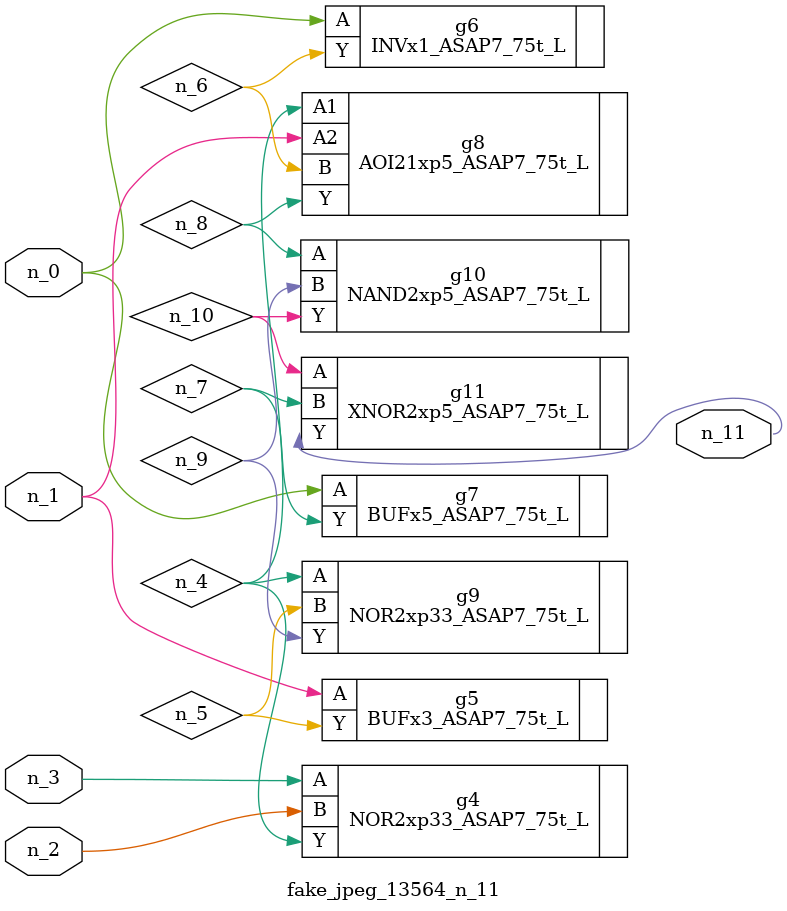
<source format=v>
module fake_jpeg_13564_n_11 (n_0, n_3, n_2, n_1, n_11);

input n_0;
input n_3;
input n_2;
input n_1;

output n_11;

wire n_10;
wire n_4;
wire n_8;
wire n_9;
wire n_6;
wire n_5;
wire n_7;

NOR2xp33_ASAP7_75t_L g4 ( 
.A(n_3),
.B(n_2),
.Y(n_4)
);

BUFx3_ASAP7_75t_L g5 ( 
.A(n_1),
.Y(n_5)
);

INVx1_ASAP7_75t_L g6 ( 
.A(n_0),
.Y(n_6)
);

BUFx5_ASAP7_75t_L g7 ( 
.A(n_0),
.Y(n_7)
);

AOI21xp5_ASAP7_75t_L g8 ( 
.A1(n_4),
.A2(n_1),
.B(n_6),
.Y(n_8)
);

NAND2xp5_ASAP7_75t_L g10 ( 
.A(n_8),
.B(n_9),
.Y(n_10)
);

NOR2xp33_ASAP7_75t_L g9 ( 
.A(n_4),
.B(n_5),
.Y(n_9)
);

XNOR2xp5_ASAP7_75t_L g11 ( 
.A(n_10),
.B(n_7),
.Y(n_11)
);


endmodule
</source>
